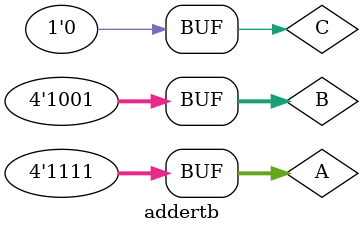
<source format=v>
`timescale 1ns/1ps

module addertb();

reg [3:0] A, B;
reg [0:0] C;
wire [3:0] S;  
wire [0:0] Cout;

//lookAheadAdder RA(.A(A), .B(B), .Sum(S), .Cin(C), .Cout(Cout));
ripple_adder RA(.A(A), .B(B), .Sum(S), .Cin(C), .Cout(Cout));

always @(A or B) begin
    $display({Cout, S});
end

initial begin
    A = 0; B = 0; C = 0;
    #10;
    A = 2; B = 11;
    #10;
    A = 15; B = 9;
    #10;
end

endmodule
</source>
